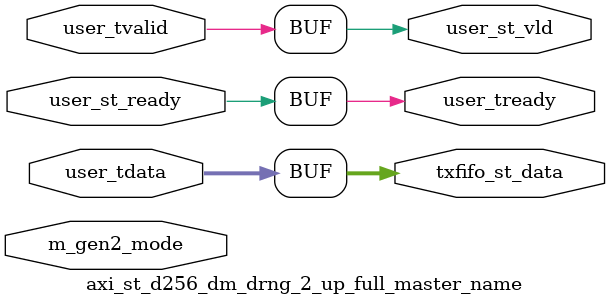
<source format=sv>

module axi_st_d256_dm_drng_2_up_full_master_name  (

  // st channel
  input  logic [ 255:   0]   user_tdata          ,
  input  logic               user_tvalid         ,
  output logic               user_tready         ,

  // Logic Link Interfaces
  output logic               user_st_vld         ,
  output logic [ 255:   0]   txfifo_st_data      ,
  input  logic               user_st_ready       ,

  input  logic               m_gen2_mode         

);

  // Connect Data

  assign user_st_vld                        = user_tvalid                        ;
  assign user_tready                        = user_st_ready                      ;
  assign txfifo_st_data       [   0 +: 256] = user_tdata           [   0 +: 256] ;

endmodule

</source>
